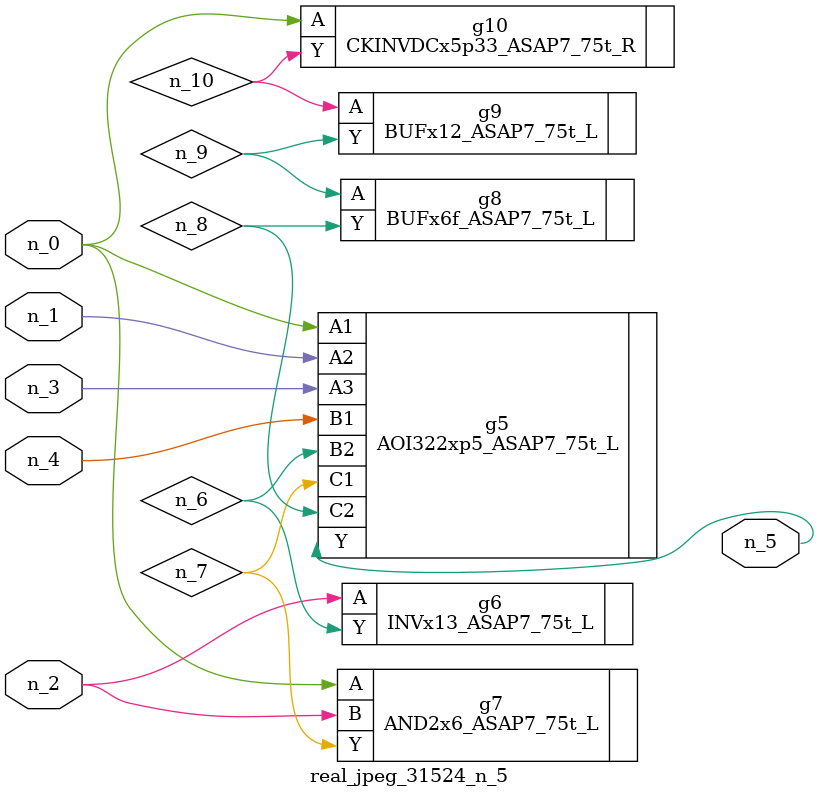
<source format=v>
module real_jpeg_31524_n_5 (n_4, n_0, n_1, n_2, n_3, n_5);

input n_4;
input n_0;
input n_1;
input n_2;
input n_3;

output n_5;

wire n_8;
wire n_6;
wire n_7;
wire n_10;
wire n_9;

AOI322xp5_ASAP7_75t_L g5 ( 
.A1(n_0),
.A2(n_1),
.A3(n_3),
.B1(n_4),
.B2(n_6),
.C1(n_7),
.C2(n_8),
.Y(n_5)
);

AND2x6_ASAP7_75t_L g7 ( 
.A(n_0),
.B(n_2),
.Y(n_7)
);

CKINVDCx5p33_ASAP7_75t_R g10 ( 
.A(n_0),
.Y(n_10)
);

INVx13_ASAP7_75t_L g6 ( 
.A(n_2),
.Y(n_6)
);

BUFx6f_ASAP7_75t_L g8 ( 
.A(n_9),
.Y(n_8)
);

BUFx12_ASAP7_75t_L g9 ( 
.A(n_10),
.Y(n_9)
);


endmodule
</source>
